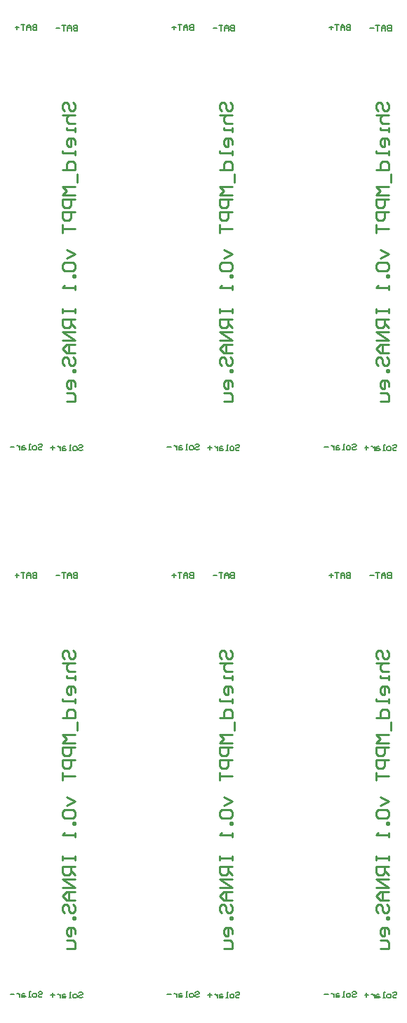
<source format=gbo>
G04*
G04 #@! TF.GenerationSoftware,Altium Limited,Altium Designer,18.1.9 (240)*
G04*
G04 Layer_Color=32896*
%FSAX25Y25*%
%MOIN*%
G70*
G01*
G75*
%ADD46C,0.00591*%
%ADD66C,0.01000*%
D46*
X0328722Y0129800D02*
X0329182Y0130259D01*
X0330100D01*
X0330559Y0129800D01*
Y0129341D01*
X0330100Y0128881D01*
X0329182D01*
X0328722Y0128422D01*
Y0127963D01*
X0329182Y0127504D01*
X0330100D01*
X0330559Y0127963D01*
X0327345Y0127504D02*
X0326427D01*
X0325967Y0127963D01*
Y0128881D01*
X0326427Y0129341D01*
X0327345D01*
X0327804Y0128881D01*
Y0127963D01*
X0327345Y0127504D01*
X0325049D02*
X0324131D01*
X0324590D01*
Y0130259D01*
X0325049D01*
X0322294Y0129341D02*
X0321376D01*
X0320917Y0128881D01*
Y0127504D01*
X0322294D01*
X0322753Y0127963D01*
X0322294Y0128422D01*
X0320917D01*
X0319998Y0129341D02*
Y0127504D01*
Y0128422D01*
X0319539Y0128881D01*
X0319080Y0129341D01*
X0318621D01*
X0317243Y0128881D02*
X0315406D01*
X0347935Y0129485D02*
X0348394Y0129944D01*
X0349312D01*
X0349772Y0129485D01*
Y0129026D01*
X0349312Y0128567D01*
X0348394D01*
X0347935Y0128107D01*
Y0127648D01*
X0348394Y0127189D01*
X0349312D01*
X0349772Y0127648D01*
X0346557Y0127189D02*
X0345639D01*
X0345180Y0127648D01*
Y0128567D01*
X0345639Y0129026D01*
X0346557D01*
X0347017Y0128567D01*
Y0127648D01*
X0346557Y0127189D01*
X0344262D02*
X0343343D01*
X0343802D01*
Y0129944D01*
X0344262D01*
X0341507Y0129026D02*
X0340588D01*
X0340129Y0128567D01*
Y0127189D01*
X0341507D01*
X0341966Y0127648D01*
X0341507Y0128107D01*
X0340129D01*
X0339211Y0129026D02*
Y0127189D01*
Y0128107D01*
X0338752Y0128567D01*
X0338292Y0129026D01*
X0337833D01*
X0336456Y0128567D02*
X0334619D01*
X0335537Y0129485D02*
Y0127648D01*
X0327842Y0329432D02*
Y0326677D01*
X0326465D01*
X0326006Y0327136D01*
Y0327595D01*
X0326465Y0328055D01*
X0327842D01*
X0326465D01*
X0326006Y0328514D01*
Y0328973D01*
X0326465Y0329432D01*
X0327842D01*
X0325087Y0326677D02*
Y0328514D01*
X0324169Y0329432D01*
X0323251Y0328514D01*
Y0326677D01*
Y0328055D01*
X0325087D01*
X0322333Y0329432D02*
X0320496D01*
X0321414D01*
Y0326677D01*
X0319578Y0328055D02*
X0317741D01*
X0318659Y0328973D02*
Y0327136D01*
X0347213Y0329314D02*
Y0326559D01*
X0345835D01*
X0345376Y0327018D01*
Y0327477D01*
X0345835Y0327937D01*
X0347213D01*
X0345835D01*
X0345376Y0328396D01*
Y0328855D01*
X0345835Y0329314D01*
X0347213D01*
X0344458Y0326559D02*
Y0328396D01*
X0343539Y0329314D01*
X0342621Y0328396D01*
Y0326559D01*
Y0327937D01*
X0344458D01*
X0341703Y0329314D02*
X0339866D01*
X0340784D01*
Y0326559D01*
X0338948Y0327937D02*
X0337111D01*
X0403289Y0129800D02*
X0403749Y0130259D01*
X0404667D01*
X0405126Y0129800D01*
Y0129341D01*
X0404667Y0128881D01*
X0403749D01*
X0403289Y0128422D01*
Y0127963D01*
X0403749Y0127504D01*
X0404667D01*
X0405126Y0127963D01*
X0401912Y0127504D02*
X0400993D01*
X0400534Y0127963D01*
Y0128881D01*
X0400993Y0129341D01*
X0401912D01*
X0402371Y0128881D01*
Y0127963D01*
X0401912Y0127504D01*
X0399616D02*
X0398698D01*
X0399157D01*
Y0130259D01*
X0399616D01*
X0396861Y0129341D02*
X0395943D01*
X0395483Y0128881D01*
Y0127504D01*
X0396861D01*
X0397320Y0127963D01*
X0396861Y0128422D01*
X0395483D01*
X0394565Y0129341D02*
Y0127504D01*
Y0128422D01*
X0394106Y0128881D01*
X0393647Y0129341D01*
X0393188D01*
X0391810Y0128881D02*
X0389973D01*
X0422502Y0129485D02*
X0422961Y0129944D01*
X0423879D01*
X0424339Y0129485D01*
Y0129026D01*
X0423879Y0128567D01*
X0422961D01*
X0422502Y0128107D01*
Y0127648D01*
X0422961Y0127189D01*
X0423879D01*
X0424339Y0127648D01*
X0421124Y0127189D02*
X0420206D01*
X0419747Y0127648D01*
Y0128567D01*
X0420206Y0129026D01*
X0421124D01*
X0421584Y0128567D01*
Y0127648D01*
X0421124Y0127189D01*
X0418828D02*
X0417910D01*
X0418369D01*
Y0129944D01*
X0418828D01*
X0416074Y0129026D02*
X0415155D01*
X0414696Y0128567D01*
Y0127189D01*
X0416074D01*
X0416533Y0127648D01*
X0416074Y0128107D01*
X0414696D01*
X0413778Y0129026D02*
Y0127189D01*
Y0128107D01*
X0413318Y0128567D01*
X0412859Y0129026D01*
X0412400D01*
X0411023Y0128567D02*
X0409186D01*
X0410104Y0129485D02*
Y0127648D01*
X0402409Y0329432D02*
Y0326677D01*
X0401032D01*
X0400573Y0327136D01*
Y0327595D01*
X0401032Y0328055D01*
X0402409D01*
X0401032D01*
X0400573Y0328514D01*
Y0328973D01*
X0401032Y0329432D01*
X0402409D01*
X0399654Y0326677D02*
Y0328514D01*
X0398736Y0329432D01*
X0397818Y0328514D01*
Y0326677D01*
Y0328055D01*
X0399654D01*
X0396899Y0329432D02*
X0395063D01*
X0395981D01*
Y0326677D01*
X0394144Y0328055D02*
X0392308D01*
X0393226Y0328973D02*
Y0327136D01*
X0421779Y0329314D02*
Y0326559D01*
X0420402D01*
X0419943Y0327018D01*
Y0327477D01*
X0420402Y0327937D01*
X0421779D01*
X0420402D01*
X0419943Y0328396D01*
Y0328855D01*
X0420402Y0329314D01*
X0421779D01*
X0419025Y0326559D02*
Y0328396D01*
X0418106Y0329314D01*
X0417188Y0328396D01*
Y0326559D01*
Y0327937D01*
X0419025D01*
X0416269Y0329314D02*
X0414433D01*
X0415351D01*
Y0326559D01*
X0413515Y0327937D02*
X0411678D01*
X0477856Y0129800D02*
X0478315Y0130259D01*
X0479234D01*
X0479693Y0129800D01*
Y0129341D01*
X0479234Y0128881D01*
X0478315D01*
X0477856Y0128422D01*
Y0127963D01*
X0478315Y0127504D01*
X0479234D01*
X0479693Y0127963D01*
X0476479Y0127504D02*
X0475560D01*
X0475101Y0127963D01*
Y0128881D01*
X0475560Y0129341D01*
X0476479D01*
X0476938Y0128881D01*
Y0127963D01*
X0476479Y0127504D01*
X0474183D02*
X0473265D01*
X0473724D01*
Y0130259D01*
X0474183D01*
X0471428Y0129341D02*
X0470509D01*
X0470050Y0128881D01*
Y0127504D01*
X0471428D01*
X0471887Y0127963D01*
X0471428Y0128422D01*
X0470050D01*
X0469132Y0129341D02*
Y0127504D01*
Y0128422D01*
X0468673Y0128881D01*
X0468214Y0129341D01*
X0467755D01*
X0466377Y0128881D02*
X0464540D01*
X0497069Y0129485D02*
X0497528Y0129944D01*
X0498446D01*
X0498906Y0129485D01*
Y0129026D01*
X0498446Y0128567D01*
X0497528D01*
X0497069Y0128107D01*
Y0127648D01*
X0497528Y0127189D01*
X0498446D01*
X0498906Y0127648D01*
X0495691Y0127189D02*
X0494773D01*
X0494314Y0127648D01*
Y0128567D01*
X0494773Y0129026D01*
X0495691D01*
X0496150Y0128567D01*
Y0127648D01*
X0495691Y0127189D01*
X0493395D02*
X0492477D01*
X0492936D01*
Y0129944D01*
X0493395D01*
X0490640Y0129026D02*
X0489722D01*
X0489263Y0128567D01*
Y0127189D01*
X0490640D01*
X0491100Y0127648D01*
X0490640Y0128107D01*
X0489263D01*
X0488345Y0129026D02*
Y0127189D01*
Y0128107D01*
X0487885Y0128567D01*
X0487426Y0129026D01*
X0486967D01*
X0485590Y0128567D02*
X0483753D01*
X0484671Y0129485D02*
Y0127648D01*
X0476976Y0329432D02*
Y0326677D01*
X0475599D01*
X0475140Y0327136D01*
Y0327595D01*
X0475599Y0328055D01*
X0476976D01*
X0475599D01*
X0475140Y0328514D01*
Y0328973D01*
X0475599Y0329432D01*
X0476976D01*
X0474221Y0326677D02*
Y0328514D01*
X0473303Y0329432D01*
X0472385Y0328514D01*
Y0326677D01*
Y0328055D01*
X0474221D01*
X0471466Y0329432D02*
X0469630D01*
X0470548D01*
Y0326677D01*
X0468711Y0328055D02*
X0466875D01*
X0467793Y0328973D02*
Y0327136D01*
X0496346Y0329314D02*
Y0326559D01*
X0494969D01*
X0494510Y0327018D01*
Y0327477D01*
X0494969Y0327937D01*
X0496346D01*
X0494969D01*
X0494510Y0328396D01*
Y0328855D01*
X0494969Y0329314D01*
X0496346D01*
X0493591Y0326559D02*
Y0328396D01*
X0492673Y0329314D01*
X0491755Y0328396D01*
Y0326559D01*
Y0327937D01*
X0493591D01*
X0490836Y0329314D02*
X0489000D01*
X0489918D01*
Y0326559D01*
X0488081Y0327937D02*
X0486245D01*
X0328722Y0389949D02*
X0329182Y0390408D01*
X0330100D01*
X0330559Y0389949D01*
Y0389490D01*
X0330100Y0389031D01*
X0329182D01*
X0328722Y0388572D01*
Y0388112D01*
X0329182Y0387653D01*
X0330100D01*
X0330559Y0388112D01*
X0327345Y0387653D02*
X0326427D01*
X0325967Y0388112D01*
Y0389031D01*
X0326427Y0389490D01*
X0327345D01*
X0327804Y0389031D01*
Y0388112D01*
X0327345Y0387653D01*
X0325049D02*
X0324131D01*
X0324590D01*
Y0390408D01*
X0325049D01*
X0322294Y0389490D02*
X0321376D01*
X0320917Y0389031D01*
Y0387653D01*
X0322294D01*
X0322753Y0388112D01*
X0322294Y0388572D01*
X0320917D01*
X0319998Y0389490D02*
Y0387653D01*
Y0388572D01*
X0319539Y0389031D01*
X0319080Y0389490D01*
X0318621D01*
X0317243Y0389031D02*
X0315406D01*
X0347935Y0389634D02*
X0348394Y0390093D01*
X0349312D01*
X0349772Y0389634D01*
Y0389175D01*
X0349312Y0388716D01*
X0348394D01*
X0347935Y0388257D01*
Y0387797D01*
X0348394Y0387338D01*
X0349312D01*
X0349772Y0387797D01*
X0346557Y0387338D02*
X0345639D01*
X0345180Y0387797D01*
Y0388716D01*
X0345639Y0389175D01*
X0346557D01*
X0347017Y0388716D01*
Y0387797D01*
X0346557Y0387338D01*
X0344262D02*
X0343343D01*
X0343802D01*
Y0390093D01*
X0344262D01*
X0341507Y0389175D02*
X0340588D01*
X0340129Y0388716D01*
Y0387338D01*
X0341507D01*
X0341966Y0387797D01*
X0341507Y0388257D01*
X0340129D01*
X0339211Y0389175D02*
Y0387338D01*
Y0388257D01*
X0338752Y0388716D01*
X0338292Y0389175D01*
X0337833D01*
X0336456Y0388716D02*
X0334619D01*
X0335537Y0389634D02*
Y0387797D01*
X0327842Y0589581D02*
Y0586826D01*
X0326465D01*
X0326006Y0587286D01*
Y0587745D01*
X0326465Y0588204D01*
X0327842D01*
X0326465D01*
X0326006Y0588663D01*
Y0589122D01*
X0326465Y0589581D01*
X0327842D01*
X0325087Y0586826D02*
Y0588663D01*
X0324169Y0589581D01*
X0323251Y0588663D01*
Y0586826D01*
Y0588204D01*
X0325087D01*
X0322333Y0589581D02*
X0320496D01*
X0321414D01*
Y0586826D01*
X0319578Y0588204D02*
X0317741D01*
X0318659Y0589122D02*
Y0587286D01*
X0347213Y0589463D02*
Y0586708D01*
X0345835D01*
X0345376Y0587168D01*
Y0587627D01*
X0345835Y0588086D01*
X0347213D01*
X0345835D01*
X0345376Y0588545D01*
Y0589004D01*
X0345835Y0589463D01*
X0347213D01*
X0344458Y0586708D02*
Y0588545D01*
X0343539Y0589463D01*
X0342621Y0588545D01*
Y0586708D01*
Y0588086D01*
X0344458D01*
X0341703Y0589463D02*
X0339866D01*
X0340784D01*
Y0586708D01*
X0338948Y0588086D02*
X0337111D01*
X0403289Y0389949D02*
X0403749Y0390408D01*
X0404667D01*
X0405126Y0389949D01*
Y0389490D01*
X0404667Y0389031D01*
X0403749D01*
X0403289Y0388572D01*
Y0388112D01*
X0403749Y0387653D01*
X0404667D01*
X0405126Y0388112D01*
X0401912Y0387653D02*
X0400993D01*
X0400534Y0388112D01*
Y0389031D01*
X0400993Y0389490D01*
X0401912D01*
X0402371Y0389031D01*
Y0388112D01*
X0401912Y0387653D01*
X0399616D02*
X0398698D01*
X0399157D01*
Y0390408D01*
X0399616D01*
X0396861Y0389490D02*
X0395943D01*
X0395483Y0389031D01*
Y0387653D01*
X0396861D01*
X0397320Y0388112D01*
X0396861Y0388572D01*
X0395483D01*
X0394565Y0389490D02*
Y0387653D01*
Y0388572D01*
X0394106Y0389031D01*
X0393647Y0389490D01*
X0393188D01*
X0391810Y0389031D02*
X0389973D01*
X0422502Y0389634D02*
X0422961Y0390093D01*
X0423879D01*
X0424339Y0389634D01*
Y0389175D01*
X0423879Y0388716D01*
X0422961D01*
X0422502Y0388257D01*
Y0387797D01*
X0422961Y0387338D01*
X0423879D01*
X0424339Y0387797D01*
X0421124Y0387338D02*
X0420206D01*
X0419747Y0387797D01*
Y0388716D01*
X0420206Y0389175D01*
X0421124D01*
X0421584Y0388716D01*
Y0387797D01*
X0421124Y0387338D01*
X0418828D02*
X0417910D01*
X0418369D01*
Y0390093D01*
X0418828D01*
X0416074Y0389175D02*
X0415155D01*
X0414696Y0388716D01*
Y0387338D01*
X0416074D01*
X0416533Y0387797D01*
X0416074Y0388257D01*
X0414696D01*
X0413778Y0389175D02*
Y0387338D01*
Y0388257D01*
X0413318Y0388716D01*
X0412859Y0389175D01*
X0412400D01*
X0411023Y0388716D02*
X0409186D01*
X0410104Y0389634D02*
Y0387797D01*
X0402409Y0589581D02*
Y0586826D01*
X0401032D01*
X0400573Y0587286D01*
Y0587745D01*
X0401032Y0588204D01*
X0402409D01*
X0401032D01*
X0400573Y0588663D01*
Y0589122D01*
X0401032Y0589581D01*
X0402409D01*
X0399654Y0586826D02*
Y0588663D01*
X0398736Y0589581D01*
X0397818Y0588663D01*
Y0586826D01*
Y0588204D01*
X0399654D01*
X0396899Y0589581D02*
X0395063D01*
X0395981D01*
Y0586826D01*
X0394144Y0588204D02*
X0392308D01*
X0393226Y0589122D02*
Y0587286D01*
X0421779Y0589463D02*
Y0586708D01*
X0420402D01*
X0419943Y0587168D01*
Y0587627D01*
X0420402Y0588086D01*
X0421779D01*
X0420402D01*
X0419943Y0588545D01*
Y0589004D01*
X0420402Y0589463D01*
X0421779D01*
X0419025Y0586708D02*
Y0588545D01*
X0418106Y0589463D01*
X0417188Y0588545D01*
Y0586708D01*
Y0588086D01*
X0419025D01*
X0416269Y0589463D02*
X0414433D01*
X0415351D01*
Y0586708D01*
X0413515Y0588086D02*
X0411678D01*
X0477856Y0389949D02*
X0478315Y0390408D01*
X0479234D01*
X0479693Y0389949D01*
Y0389490D01*
X0479234Y0389031D01*
X0478315D01*
X0477856Y0388572D01*
Y0388112D01*
X0478315Y0387653D01*
X0479234D01*
X0479693Y0388112D01*
X0476479Y0387653D02*
X0475560D01*
X0475101Y0388112D01*
Y0389031D01*
X0475560Y0389490D01*
X0476479D01*
X0476938Y0389031D01*
Y0388112D01*
X0476479Y0387653D01*
X0474183D02*
X0473265D01*
X0473724D01*
Y0390408D01*
X0474183D01*
X0471428Y0389490D02*
X0470509D01*
X0470050Y0389031D01*
Y0387653D01*
X0471428D01*
X0471887Y0388112D01*
X0471428Y0388572D01*
X0470050D01*
X0469132Y0389490D02*
Y0387653D01*
Y0388572D01*
X0468673Y0389031D01*
X0468214Y0389490D01*
X0467755D01*
X0466377Y0389031D02*
X0464540D01*
X0497069Y0389634D02*
X0497528Y0390093D01*
X0498446D01*
X0498906Y0389634D01*
Y0389175D01*
X0498446Y0388716D01*
X0497528D01*
X0497069Y0388257D01*
Y0387797D01*
X0497528Y0387338D01*
X0498446D01*
X0498906Y0387797D01*
X0495691Y0387338D02*
X0494773D01*
X0494314Y0387797D01*
Y0388716D01*
X0494773Y0389175D01*
X0495691D01*
X0496150Y0388716D01*
Y0387797D01*
X0495691Y0387338D01*
X0493395D02*
X0492477D01*
X0492936D01*
Y0390093D01*
X0493395D01*
X0490640Y0389175D02*
X0489722D01*
X0489263Y0388716D01*
Y0387338D01*
X0490640D01*
X0491100Y0387797D01*
X0490640Y0388257D01*
X0489263D01*
X0488345Y0389175D02*
Y0387338D01*
Y0388257D01*
X0487885Y0388716D01*
X0487426Y0389175D01*
X0486967D01*
X0485590Y0388716D02*
X0483753D01*
X0484671Y0389634D02*
Y0387797D01*
X0476976Y0589581D02*
Y0586826D01*
X0475599D01*
X0475140Y0587286D01*
Y0587745D01*
X0475599Y0588204D01*
X0476976D01*
X0475599D01*
X0475140Y0588663D01*
Y0589122D01*
X0475599Y0589581D01*
X0476976D01*
X0474221Y0586826D02*
Y0588663D01*
X0473303Y0589581D01*
X0472385Y0588663D01*
Y0586826D01*
Y0588204D01*
X0474221D01*
X0471466Y0589581D02*
X0469630D01*
X0470548D01*
Y0586826D01*
X0468711Y0588204D02*
X0466875D01*
X0467793Y0589122D02*
Y0587286D01*
X0496346Y0589463D02*
Y0586708D01*
X0494969D01*
X0494510Y0587168D01*
Y0587627D01*
X0494969Y0588086D01*
X0496346D01*
X0494969D01*
X0494510Y0588545D01*
Y0589004D01*
X0494969Y0589463D01*
X0496346D01*
X0493591Y0586708D02*
Y0588545D01*
X0492673Y0589463D01*
X0491755Y0588545D01*
Y0586708D01*
Y0588086D01*
X0493591D01*
X0490836Y0589463D02*
X0489000D01*
X0489918D01*
Y0586708D01*
X0488081Y0588086D02*
X0486245D01*
D66*
X0341151Y0288466D02*
X0340152Y0289465D01*
Y0291465D01*
X0341151Y0292465D01*
X0342151D01*
X0343151Y0291465D01*
Y0289465D01*
X0344150Y0288466D01*
X0345150D01*
X0346150Y0289465D01*
Y0291465D01*
X0345150Y0292465D01*
X0340152Y0286467D02*
X0346150D01*
X0343151D01*
X0342151Y0285467D01*
Y0283468D01*
X0343151Y0282468D01*
X0346150D01*
Y0280468D02*
Y0278469D01*
Y0279469D01*
X0342151D01*
Y0280468D01*
X0346150Y0272471D02*
Y0274470D01*
X0345150Y0275470D01*
X0343151D01*
X0342151Y0274470D01*
Y0272471D01*
X0343151Y0271471D01*
X0344150D01*
Y0275470D01*
X0346150Y0269472D02*
Y0267473D01*
Y0268472D01*
X0340152D01*
Y0269472D01*
Y0260475D02*
X0346150D01*
Y0263474D01*
X0345150Y0264474D01*
X0343151D01*
X0342151Y0263474D01*
Y0260475D01*
X0347149Y0258476D02*
Y0254477D01*
X0346150Y0252478D02*
X0340152D01*
X0342151Y0250478D01*
X0340152Y0248479D01*
X0346150D01*
Y0246479D02*
X0340152D01*
Y0243480D01*
X0341151Y0242481D01*
X0343151D01*
X0344150Y0243480D01*
Y0246479D01*
X0346150Y0240481D02*
X0340152D01*
Y0237482D01*
X0341151Y0236483D01*
X0343151D01*
X0344150Y0237482D01*
Y0240481D01*
X0340152Y0234483D02*
Y0230485D01*
Y0232484D01*
X0346150D01*
X0342151Y0222487D02*
X0346150Y0220488D01*
X0342151Y0218489D01*
X0341151Y0216489D02*
X0340152Y0215490D01*
Y0213490D01*
X0341151Y0212490D01*
X0345150D01*
X0346150Y0213490D01*
Y0215490D01*
X0345150Y0216489D01*
X0341151D01*
X0346150Y0210491D02*
X0345150D01*
Y0209491D01*
X0346150D01*
Y0210491D01*
Y0205493D02*
Y0203493D01*
Y0204493D01*
X0340152D01*
X0341151Y0205493D01*
X0340152Y0194496D02*
Y0192497D01*
Y0193497D01*
X0346150D01*
Y0194496D01*
Y0192497D01*
Y0189498D02*
X0340152D01*
Y0186499D01*
X0341151Y0185499D01*
X0343151D01*
X0344150Y0186499D01*
Y0189498D01*
Y0187498D02*
X0346150Y0185499D01*
Y0183500D02*
X0340152D01*
X0346150Y0179501D01*
X0340152D01*
X0346150Y0177502D02*
X0342151D01*
X0340152Y0175502D01*
X0342151Y0173503D01*
X0346150D01*
X0343151D01*
Y0177502D01*
X0341151Y0167505D02*
X0340152Y0168505D01*
Y0170504D01*
X0341151Y0171504D01*
X0342151D01*
X0343151Y0170504D01*
Y0168505D01*
X0344150Y0167505D01*
X0345150D01*
X0346150Y0168505D01*
Y0170504D01*
X0345150Y0171504D01*
X0346150Y0165506D02*
X0345150D01*
Y0164506D01*
X0346150D01*
Y0165506D01*
Y0157508D02*
Y0159508D01*
X0345150Y0160507D01*
X0343151D01*
X0342151Y0159508D01*
Y0157508D01*
X0343151Y0156509D01*
X0344150D01*
Y0160507D01*
X0342151Y0154509D02*
X0345150D01*
X0346150Y0153509D01*
Y0150511D01*
X0342151D01*
X0415718Y0288466D02*
X0414718Y0289465D01*
Y0291465D01*
X0415718Y0292465D01*
X0416718D01*
X0417718Y0291465D01*
Y0289465D01*
X0418717Y0288466D01*
X0419717D01*
X0420716Y0289465D01*
Y0291465D01*
X0419717Y0292465D01*
X0414718Y0286467D02*
X0420716D01*
X0417718D01*
X0416718Y0285467D01*
Y0283468D01*
X0417718Y0282468D01*
X0420716D01*
Y0280468D02*
Y0278469D01*
Y0279469D01*
X0416718D01*
Y0280468D01*
X0420716Y0272471D02*
Y0274470D01*
X0419717Y0275470D01*
X0417718D01*
X0416718Y0274470D01*
Y0272471D01*
X0417718Y0271471D01*
X0418717D01*
Y0275470D01*
X0420716Y0269472D02*
Y0267473D01*
Y0268472D01*
X0414718D01*
Y0269472D01*
Y0260475D02*
X0420716D01*
Y0263474D01*
X0419717Y0264474D01*
X0417718D01*
X0416718Y0263474D01*
Y0260475D01*
X0421716Y0258476D02*
Y0254477D01*
X0420716Y0252478D02*
X0414718D01*
X0416718Y0250478D01*
X0414718Y0248479D01*
X0420716D01*
Y0246479D02*
X0414718D01*
Y0243480D01*
X0415718Y0242481D01*
X0417718D01*
X0418717Y0243480D01*
Y0246479D01*
X0420716Y0240481D02*
X0414718D01*
Y0237482D01*
X0415718Y0236483D01*
X0417718D01*
X0418717Y0237482D01*
Y0240481D01*
X0414718Y0234483D02*
Y0230485D01*
Y0232484D01*
X0420716D01*
X0416718Y0222487D02*
X0420716Y0220488D01*
X0416718Y0218489D01*
X0415718Y0216489D02*
X0414718Y0215490D01*
Y0213490D01*
X0415718Y0212490D01*
X0419717D01*
X0420716Y0213490D01*
Y0215490D01*
X0419717Y0216489D01*
X0415718D01*
X0420716Y0210491D02*
X0419717D01*
Y0209491D01*
X0420716D01*
Y0210491D01*
Y0205493D02*
Y0203493D01*
Y0204493D01*
X0414718D01*
X0415718Y0205493D01*
X0414718Y0194496D02*
Y0192497D01*
Y0193497D01*
X0420716D01*
Y0194496D01*
Y0192497D01*
Y0189498D02*
X0414718D01*
Y0186499D01*
X0415718Y0185499D01*
X0417718D01*
X0418717Y0186499D01*
Y0189498D01*
Y0187498D02*
X0420716Y0185499D01*
Y0183500D02*
X0414718D01*
X0420716Y0179501D01*
X0414718D01*
X0420716Y0177502D02*
X0416718D01*
X0414718Y0175502D01*
X0416718Y0173503D01*
X0420716D01*
X0417718D01*
Y0177502D01*
X0415718Y0167505D02*
X0414718Y0168505D01*
Y0170504D01*
X0415718Y0171504D01*
X0416718D01*
X0417718Y0170504D01*
Y0168505D01*
X0418717Y0167505D01*
X0419717D01*
X0420716Y0168505D01*
Y0170504D01*
X0419717Y0171504D01*
X0420716Y0165506D02*
X0419717D01*
Y0164506D01*
X0420716D01*
Y0165506D01*
Y0157508D02*
Y0159508D01*
X0419717Y0160507D01*
X0417718D01*
X0416718Y0159508D01*
Y0157508D01*
X0417718Y0156509D01*
X0418717D01*
Y0160507D01*
X0416718Y0154509D02*
X0419717D01*
X0420716Y0153509D01*
Y0150511D01*
X0416718D01*
X0490285Y0288466D02*
X0489285Y0289465D01*
Y0291465D01*
X0490285Y0292465D01*
X0491285D01*
X0492284Y0291465D01*
Y0289465D01*
X0493284Y0288466D01*
X0494284D01*
X0495283Y0289465D01*
Y0291465D01*
X0494284Y0292465D01*
X0489285Y0286467D02*
X0495283D01*
X0492284D01*
X0491285Y0285467D01*
Y0283468D01*
X0492284Y0282468D01*
X0495283D01*
Y0280468D02*
Y0278469D01*
Y0279469D01*
X0491285D01*
Y0280468D01*
X0495283Y0272471D02*
Y0274470D01*
X0494284Y0275470D01*
X0492284D01*
X0491285Y0274470D01*
Y0272471D01*
X0492284Y0271471D01*
X0493284D01*
Y0275470D01*
X0495283Y0269472D02*
Y0267473D01*
Y0268472D01*
X0489285D01*
Y0269472D01*
Y0260475D02*
X0495283D01*
Y0263474D01*
X0494284Y0264474D01*
X0492284D01*
X0491285Y0263474D01*
Y0260475D01*
X0496283Y0258476D02*
Y0254477D01*
X0495283Y0252478D02*
X0489285D01*
X0491285Y0250478D01*
X0489285Y0248479D01*
X0495283D01*
Y0246479D02*
X0489285D01*
Y0243480D01*
X0490285Y0242481D01*
X0492284D01*
X0493284Y0243480D01*
Y0246479D01*
X0495283Y0240481D02*
X0489285D01*
Y0237482D01*
X0490285Y0236483D01*
X0492284D01*
X0493284Y0237482D01*
Y0240481D01*
X0489285Y0234483D02*
Y0230485D01*
Y0232484D01*
X0495283D01*
X0491285Y0222487D02*
X0495283Y0220488D01*
X0491285Y0218489D01*
X0490285Y0216489D02*
X0489285Y0215490D01*
Y0213490D01*
X0490285Y0212490D01*
X0494284D01*
X0495283Y0213490D01*
Y0215490D01*
X0494284Y0216489D01*
X0490285D01*
X0495283Y0210491D02*
X0494284D01*
Y0209491D01*
X0495283D01*
Y0210491D01*
Y0205493D02*
Y0203493D01*
Y0204493D01*
X0489285D01*
X0490285Y0205493D01*
X0489285Y0194496D02*
Y0192497D01*
Y0193497D01*
X0495283D01*
Y0194496D01*
Y0192497D01*
Y0189498D02*
X0489285D01*
Y0186499D01*
X0490285Y0185499D01*
X0492284D01*
X0493284Y0186499D01*
Y0189498D01*
Y0187498D02*
X0495283Y0185499D01*
Y0183500D02*
X0489285D01*
X0495283Y0179501D01*
X0489285D01*
X0495283Y0177502D02*
X0491285D01*
X0489285Y0175502D01*
X0491285Y0173503D01*
X0495283D01*
X0492284D01*
Y0177502D01*
X0490285Y0167505D02*
X0489285Y0168505D01*
Y0170504D01*
X0490285Y0171504D01*
X0491285D01*
X0492284Y0170504D01*
Y0168505D01*
X0493284Y0167505D01*
X0494284D01*
X0495283Y0168505D01*
Y0170504D01*
X0494284Y0171504D01*
X0495283Y0165506D02*
X0494284D01*
Y0164506D01*
X0495283D01*
Y0165506D01*
Y0157508D02*
Y0159508D01*
X0494284Y0160507D01*
X0492284D01*
X0491285Y0159508D01*
Y0157508D01*
X0492284Y0156509D01*
X0493284D01*
Y0160507D01*
X0491285Y0154509D02*
X0494284D01*
X0495283Y0153509D01*
Y0150511D01*
X0491285D01*
X0341151Y0548615D02*
X0340152Y0549615D01*
Y0551614D01*
X0341151Y0552614D01*
X0342151D01*
X0343151Y0551614D01*
Y0549615D01*
X0344150Y0548615D01*
X0345150D01*
X0346150Y0549615D01*
Y0551614D01*
X0345150Y0552614D01*
X0340152Y0546616D02*
X0346150D01*
X0343151D01*
X0342151Y0545616D01*
Y0543617D01*
X0343151Y0542617D01*
X0346150D01*
Y0540618D02*
Y0538618D01*
Y0539618D01*
X0342151D01*
Y0540618D01*
X0346150Y0532620D02*
Y0534620D01*
X0345150Y0535619D01*
X0343151D01*
X0342151Y0534620D01*
Y0532620D01*
X0343151Y0531621D01*
X0344150D01*
Y0535619D01*
X0346150Y0529621D02*
Y0527622D01*
Y0528622D01*
X0340152D01*
Y0529621D01*
Y0520624D02*
X0346150D01*
Y0523623D01*
X0345150Y0524623D01*
X0343151D01*
X0342151Y0523623D01*
Y0520624D01*
X0347149Y0518625D02*
Y0514626D01*
X0346150Y0512627D02*
X0340152D01*
X0342151Y0510627D01*
X0340152Y0508628D01*
X0346150D01*
Y0506629D02*
X0340152D01*
Y0503630D01*
X0341151Y0502630D01*
X0343151D01*
X0344150Y0503630D01*
Y0506629D01*
X0346150Y0500631D02*
X0340152D01*
Y0497632D01*
X0341151Y0496632D01*
X0343151D01*
X0344150Y0497632D01*
Y0500631D01*
X0340152Y0494633D02*
Y0490634D01*
Y0492633D01*
X0346150D01*
X0342151Y0482636D02*
X0346150Y0480637D01*
X0342151Y0478638D01*
X0341151Y0476638D02*
X0340152Y0475639D01*
Y0473639D01*
X0341151Y0472640D01*
X0345150D01*
X0346150Y0473639D01*
Y0475639D01*
X0345150Y0476638D01*
X0341151D01*
X0346150Y0470640D02*
X0345150D01*
Y0469641D01*
X0346150D01*
Y0470640D01*
Y0465642D02*
Y0463643D01*
Y0464642D01*
X0340152D01*
X0341151Y0465642D01*
X0340152Y0454645D02*
Y0452646D01*
Y0453646D01*
X0346150D01*
Y0454645D01*
Y0452646D01*
Y0449647D02*
X0340152D01*
Y0446648D01*
X0341151Y0445648D01*
X0343151D01*
X0344150Y0446648D01*
Y0449647D01*
Y0447648D02*
X0346150Y0445648D01*
Y0443649D02*
X0340152D01*
X0346150Y0439650D01*
X0340152D01*
X0346150Y0437651D02*
X0342151D01*
X0340152Y0435652D01*
X0342151Y0433652D01*
X0346150D01*
X0343151D01*
Y0437651D01*
X0341151Y0427654D02*
X0340152Y0428654D01*
Y0430653D01*
X0341151Y0431653D01*
X0342151D01*
X0343151Y0430653D01*
Y0428654D01*
X0344150Y0427654D01*
X0345150D01*
X0346150Y0428654D01*
Y0430653D01*
X0345150Y0431653D01*
X0346150Y0425655D02*
X0345150D01*
Y0424655D01*
X0346150D01*
Y0425655D01*
Y0417658D02*
Y0419657D01*
X0345150Y0420656D01*
X0343151D01*
X0342151Y0419657D01*
Y0417658D01*
X0343151Y0416658D01*
X0344150D01*
Y0420656D01*
X0342151Y0414658D02*
X0345150D01*
X0346150Y0413659D01*
Y0410660D01*
X0342151D01*
X0415718Y0548615D02*
X0414718Y0549615D01*
Y0551614D01*
X0415718Y0552614D01*
X0416718D01*
X0417718Y0551614D01*
Y0549615D01*
X0418717Y0548615D01*
X0419717D01*
X0420716Y0549615D01*
Y0551614D01*
X0419717Y0552614D01*
X0414718Y0546616D02*
X0420716D01*
X0417718D01*
X0416718Y0545616D01*
Y0543617D01*
X0417718Y0542617D01*
X0420716D01*
Y0540618D02*
Y0538618D01*
Y0539618D01*
X0416718D01*
Y0540618D01*
X0420716Y0532620D02*
Y0534620D01*
X0419717Y0535619D01*
X0417718D01*
X0416718Y0534620D01*
Y0532620D01*
X0417718Y0531621D01*
X0418717D01*
Y0535619D01*
X0420716Y0529621D02*
Y0527622D01*
Y0528622D01*
X0414718D01*
Y0529621D01*
Y0520624D02*
X0420716D01*
Y0523623D01*
X0419717Y0524623D01*
X0417718D01*
X0416718Y0523623D01*
Y0520624D01*
X0421716Y0518625D02*
Y0514626D01*
X0420716Y0512627D02*
X0414718D01*
X0416718Y0510627D01*
X0414718Y0508628D01*
X0420716D01*
Y0506629D02*
X0414718D01*
Y0503630D01*
X0415718Y0502630D01*
X0417718D01*
X0418717Y0503630D01*
Y0506629D01*
X0420716Y0500631D02*
X0414718D01*
Y0497632D01*
X0415718Y0496632D01*
X0417718D01*
X0418717Y0497632D01*
Y0500631D01*
X0414718Y0494633D02*
Y0490634D01*
Y0492633D01*
X0420716D01*
X0416718Y0482636D02*
X0420716Y0480637D01*
X0416718Y0478638D01*
X0415718Y0476638D02*
X0414718Y0475639D01*
Y0473639D01*
X0415718Y0472640D01*
X0419717D01*
X0420716Y0473639D01*
Y0475639D01*
X0419717Y0476638D01*
X0415718D01*
X0420716Y0470640D02*
X0419717D01*
Y0469641D01*
X0420716D01*
Y0470640D01*
Y0465642D02*
Y0463643D01*
Y0464642D01*
X0414718D01*
X0415718Y0465642D01*
X0414718Y0454645D02*
Y0452646D01*
Y0453646D01*
X0420716D01*
Y0454645D01*
Y0452646D01*
Y0449647D02*
X0414718D01*
Y0446648D01*
X0415718Y0445648D01*
X0417718D01*
X0418717Y0446648D01*
Y0449647D01*
Y0447648D02*
X0420716Y0445648D01*
Y0443649D02*
X0414718D01*
X0420716Y0439650D01*
X0414718D01*
X0420716Y0437651D02*
X0416718D01*
X0414718Y0435652D01*
X0416718Y0433652D01*
X0420716D01*
X0417718D01*
Y0437651D01*
X0415718Y0427654D02*
X0414718Y0428654D01*
Y0430653D01*
X0415718Y0431653D01*
X0416718D01*
X0417718Y0430653D01*
Y0428654D01*
X0418717Y0427654D01*
X0419717D01*
X0420716Y0428654D01*
Y0430653D01*
X0419717Y0431653D01*
X0420716Y0425655D02*
X0419717D01*
Y0424655D01*
X0420716D01*
Y0425655D01*
Y0417658D02*
Y0419657D01*
X0419717Y0420656D01*
X0417718D01*
X0416718Y0419657D01*
Y0417658D01*
X0417718Y0416658D01*
X0418717D01*
Y0420656D01*
X0416718Y0414658D02*
X0419717D01*
X0420716Y0413659D01*
Y0410660D01*
X0416718D01*
X0490285Y0548615D02*
X0489285Y0549615D01*
Y0551614D01*
X0490285Y0552614D01*
X0491285D01*
X0492284Y0551614D01*
Y0549615D01*
X0493284Y0548615D01*
X0494284D01*
X0495283Y0549615D01*
Y0551614D01*
X0494284Y0552614D01*
X0489285Y0546616D02*
X0495283D01*
X0492284D01*
X0491285Y0545616D01*
Y0543617D01*
X0492284Y0542617D01*
X0495283D01*
Y0540618D02*
Y0538618D01*
Y0539618D01*
X0491285D01*
Y0540618D01*
X0495283Y0532620D02*
Y0534620D01*
X0494284Y0535619D01*
X0492284D01*
X0491285Y0534620D01*
Y0532620D01*
X0492284Y0531621D01*
X0493284D01*
Y0535619D01*
X0495283Y0529621D02*
Y0527622D01*
Y0528622D01*
X0489285D01*
Y0529621D01*
Y0520624D02*
X0495283D01*
Y0523623D01*
X0494284Y0524623D01*
X0492284D01*
X0491285Y0523623D01*
Y0520624D01*
X0496283Y0518625D02*
Y0514626D01*
X0495283Y0512627D02*
X0489285D01*
X0491285Y0510627D01*
X0489285Y0508628D01*
X0495283D01*
Y0506629D02*
X0489285D01*
Y0503630D01*
X0490285Y0502630D01*
X0492284D01*
X0493284Y0503630D01*
Y0506629D01*
X0495283Y0500631D02*
X0489285D01*
Y0497632D01*
X0490285Y0496632D01*
X0492284D01*
X0493284Y0497632D01*
Y0500631D01*
X0489285Y0494633D02*
Y0490634D01*
Y0492633D01*
X0495283D01*
X0491285Y0482636D02*
X0495283Y0480637D01*
X0491285Y0478638D01*
X0490285Y0476638D02*
X0489285Y0475639D01*
Y0473639D01*
X0490285Y0472640D01*
X0494284D01*
X0495283Y0473639D01*
Y0475639D01*
X0494284Y0476638D01*
X0490285D01*
X0495283Y0470640D02*
X0494284D01*
Y0469641D01*
X0495283D01*
Y0470640D01*
Y0465642D02*
Y0463643D01*
Y0464642D01*
X0489285D01*
X0490285Y0465642D01*
X0489285Y0454645D02*
Y0452646D01*
Y0453646D01*
X0495283D01*
Y0454645D01*
Y0452646D01*
Y0449647D02*
X0489285D01*
Y0446648D01*
X0490285Y0445648D01*
X0492284D01*
X0493284Y0446648D01*
Y0449647D01*
Y0447648D02*
X0495283Y0445648D01*
Y0443649D02*
X0489285D01*
X0495283Y0439650D01*
X0489285D01*
X0495283Y0437651D02*
X0491285D01*
X0489285Y0435652D01*
X0491285Y0433652D01*
X0495283D01*
X0492284D01*
Y0437651D01*
X0490285Y0427654D02*
X0489285Y0428654D01*
Y0430653D01*
X0490285Y0431653D01*
X0491285D01*
X0492284Y0430653D01*
Y0428654D01*
X0493284Y0427654D01*
X0494284D01*
X0495283Y0428654D01*
Y0430653D01*
X0494284Y0431653D01*
X0495283Y0425655D02*
X0494284D01*
Y0424655D01*
X0495283D01*
Y0425655D01*
Y0417658D02*
Y0419657D01*
X0494284Y0420656D01*
X0492284D01*
X0491285Y0419657D01*
Y0417658D01*
X0492284Y0416658D01*
X0493284D01*
Y0420656D01*
X0491285Y0414658D02*
X0494284D01*
X0495283Y0413659D01*
Y0410660D01*
X0491285D01*
M02*

</source>
